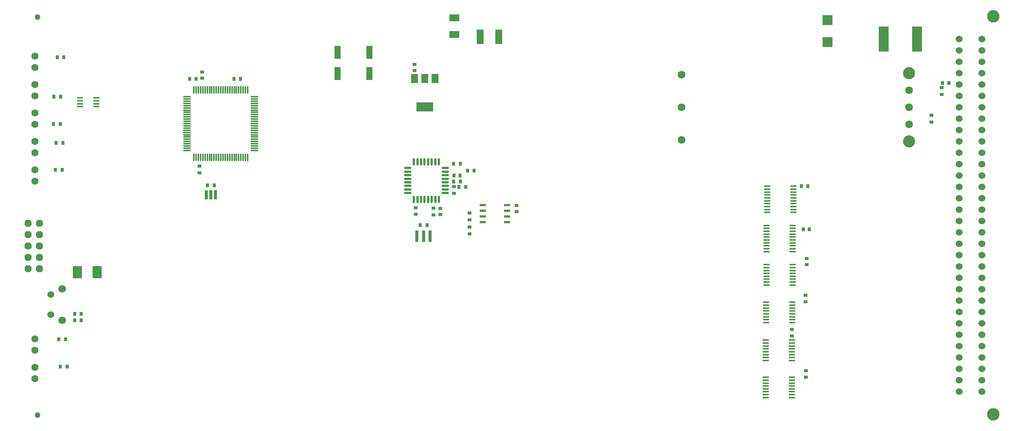
<source format=gbr>
G04 Layer_Color=255*
%FSLAX45Y45*%
%MOMM*%
%TF.FileFunction,Pads,Top*%
%TF.Part,Single*%
G01*
G75*
%TA.AperFunction,SMDPad,CuDef*%
%ADD10R,2.26000X2.16000*%
%ADD11R,2.30000X5.60000*%
%ADD12R,0.90000X0.80000*%
%ADD13R,1.47320X0.55880*%
%ADD14R,0.90000X0.70000*%
%ADD15R,0.70000X0.90000*%
%ADD16R,0.80000X2.60000*%
%ADD17R,1.32080X0.35560*%
%ADD18O,1.65000X0.55000*%
%ADD19O,0.55000X1.65000*%
%ADD20R,0.80000X0.90000*%
%ADD21R,0.71120X2.00660*%
%ADD22R,1.40005X2.99999*%
%ADD23R,2.15900X2.74300*%
%ADD24R,3.80000X2.00000*%
%ADD25R,1.50000X2.00000*%
%ADD26O,1.80000X0.29130*%
%ADD27O,0.29130X1.80000*%
%ADD28R,2.18000X1.52000*%
%ADD29R,1.55000X3.30000*%
%ADD30R,1.47320X0.35560*%
%TA.AperFunction,ViaPad*%
%ADD38C,1.27000*%
%TA.AperFunction,ComponentPad*%
%ADD39C,1.52400*%
%ADD40C,1.70000*%
%ADD41C,1.60000*%
G04:AMPARAMS|DCode=42|XSize=1.5748mm|YSize=1.5748mm|CornerRadius=0mm|HoleSize=0mm|Usage=FLASHONLY|Rotation=90.000|XOffset=0mm|YOffset=0mm|HoleType=Round|Shape=Octagon|*
%AMOCTAGOND42*
4,1,8,0.39370,0.78740,-0.39370,0.78740,-0.78740,0.39370,-0.78740,-0.39370,-0.39370,-0.78740,0.39370,-0.78740,0.78740,-0.39370,0.78740,0.39370,0.39370,0.78740,0.0*
%
%ADD42OCTAGOND42*%

%ADD43C,2.80000*%
%ADD44C,1.72400*%
%ADD45C,2.70000*%
D10*
X28153360Y24613760D02*
D03*
Y24123759D02*
D03*
D11*
X29406421Y24185880D02*
D03*
X30146420D02*
D03*
D12*
X21209000Y20473820D02*
D03*
Y20333820D02*
D03*
X18956020Y20280479D02*
D03*
Y20420480D02*
D03*
X18928081Y23625960D02*
D03*
Y23485960D02*
D03*
X27685999Y19287640D02*
D03*
Y19147639D02*
D03*
X27660599Y18464680D02*
D03*
Y18324680D02*
D03*
X27670761Y16778120D02*
D03*
Y16638120D02*
D03*
X27358340Y17700140D02*
D03*
Y17560139D02*
D03*
X14188440Y23315781D02*
D03*
Y23455780D02*
D03*
X19504660Y20267780D02*
D03*
Y20407780D02*
D03*
D13*
X20454620Y20477480D02*
D03*
Y20350481D02*
D03*
Y20223480D02*
D03*
Y20096480D02*
D03*
X20998180D02*
D03*
Y20223480D02*
D03*
Y20350481D02*
D03*
Y20477480D02*
D03*
D14*
X20159979Y19841141D02*
D03*
Y19991141D02*
D03*
X20162520Y20151019D02*
D03*
Y20301019D02*
D03*
X14132561Y21202580D02*
D03*
Y21352580D02*
D03*
X30469839Y22485420D02*
D03*
Y22335420D02*
D03*
X30698441Y23102640D02*
D03*
Y22952640D02*
D03*
X19357339Y20260240D02*
D03*
Y20410240D02*
D03*
X19812000Y20745380D02*
D03*
Y20895380D02*
D03*
D15*
X19206281Y20032980D02*
D03*
X19056281D02*
D03*
X11022260Y16873219D02*
D03*
X11172260D02*
D03*
X10989240Y17480280D02*
D03*
X11139240D02*
D03*
X11032560Y22903180D02*
D03*
X10882560D02*
D03*
X11022400Y22293581D02*
D03*
X10872400D02*
D03*
X11083360Y21869400D02*
D03*
X10933360D02*
D03*
X11065580Y21267419D02*
D03*
X10915580D02*
D03*
X10951140Y23784560D02*
D03*
X11101140D02*
D03*
X30712341Y23205440D02*
D03*
X30862341D02*
D03*
X14311560Y20921980D02*
D03*
X14461560D02*
D03*
X19955580Y21008340D02*
D03*
X19805580D02*
D03*
X19922420Y20883881D02*
D03*
X20072420D02*
D03*
X20262920Y21254720D02*
D03*
X20112920D02*
D03*
X19955580Y21404581D02*
D03*
X19805580D02*
D03*
D16*
X19281281Y19789140D02*
D03*
X18981281D02*
D03*
X19131281D02*
D03*
D17*
X11828780Y22872701D02*
D03*
Y22809200D02*
D03*
Y22743159D02*
D03*
Y22679660D02*
D03*
X11463020D02*
D03*
Y22743159D02*
D03*
Y22809200D02*
D03*
Y22872701D02*
D03*
D18*
X19614780Y20748660D02*
D03*
Y20828661D02*
D03*
Y20908659D02*
D03*
Y20988660D02*
D03*
Y21068660D02*
D03*
Y21148660D02*
D03*
Y21228661D02*
D03*
Y21308659D02*
D03*
X18774780D02*
D03*
Y21228661D02*
D03*
Y21148660D02*
D03*
Y21068660D02*
D03*
Y20988660D02*
D03*
Y20908659D02*
D03*
Y20828661D02*
D03*
Y20748660D02*
D03*
D19*
X19474780Y21448660D02*
D03*
X19394780D02*
D03*
X19314780D02*
D03*
X19234779D02*
D03*
X19154781D02*
D03*
X19074780D02*
D03*
X18994780D02*
D03*
X18914780D02*
D03*
Y20608659D02*
D03*
X18994780D02*
D03*
X19074780D02*
D03*
X19154781D02*
D03*
X19234779D02*
D03*
X19314780D02*
D03*
X19394780D02*
D03*
X19474780D02*
D03*
D20*
X11344760Y17907001D02*
D03*
X11484760D02*
D03*
X11484760Y18049242D02*
D03*
X11344760D02*
D03*
X13912700Y23296880D02*
D03*
X14052699D02*
D03*
X19950580Y21142960D02*
D03*
X19810580D02*
D03*
X15040759Y23301961D02*
D03*
X14900760D02*
D03*
X27707739Y20901660D02*
D03*
X27567740D02*
D03*
X27748380Y19941541D02*
D03*
X27608380D02*
D03*
D21*
X14282063Y20709789D02*
D03*
X14382063D02*
D03*
X14483664Y20709789D02*
D03*
D22*
X17214952Y23895609D02*
D03*
Y23415601D02*
D03*
X17926152Y23895609D02*
D03*
Y23415601D02*
D03*
D23*
X11846580Y18983960D02*
D03*
X11404580D02*
D03*
D24*
X19159219Y22677080D02*
D03*
D25*
X18929221Y23307080D02*
D03*
X19159219D02*
D03*
X19389220D02*
D03*
D26*
X13850000Y22901199D02*
D03*
Y22851199D02*
D03*
Y22801199D02*
D03*
Y22751199D02*
D03*
Y22701199D02*
D03*
Y22651199D02*
D03*
Y22601199D02*
D03*
Y22551199D02*
D03*
Y22501199D02*
D03*
Y22451199D02*
D03*
Y22401199D02*
D03*
Y22351199D02*
D03*
Y22301199D02*
D03*
Y22251199D02*
D03*
Y22201199D02*
D03*
Y22151199D02*
D03*
Y22101199D02*
D03*
Y22051199D02*
D03*
Y22001199D02*
D03*
Y21951199D02*
D03*
Y21901199D02*
D03*
Y21851199D02*
D03*
Y21801199D02*
D03*
Y21751199D02*
D03*
Y21701199D02*
D03*
X15360001D02*
D03*
Y21751199D02*
D03*
Y21801199D02*
D03*
Y21851199D02*
D03*
Y21901199D02*
D03*
Y21951199D02*
D03*
Y22001199D02*
D03*
Y22051199D02*
D03*
Y22101199D02*
D03*
Y22151199D02*
D03*
Y22201199D02*
D03*
Y22251199D02*
D03*
Y22301199D02*
D03*
Y22351199D02*
D03*
Y22401199D02*
D03*
Y22451199D02*
D03*
Y22501199D02*
D03*
Y22551199D02*
D03*
Y22601199D02*
D03*
Y22651199D02*
D03*
Y22701199D02*
D03*
Y22751199D02*
D03*
Y22801199D02*
D03*
Y22851199D02*
D03*
Y22901199D02*
D03*
D27*
X14005000Y21546201D02*
D03*
X14055000D02*
D03*
X14105000D02*
D03*
X14155000D02*
D03*
X14205000D02*
D03*
X14255000D02*
D03*
X14305000D02*
D03*
X14355000D02*
D03*
X14405000D02*
D03*
X14455000D02*
D03*
X14505000D02*
D03*
X14555000D02*
D03*
X14605000D02*
D03*
X14655000D02*
D03*
X14705000D02*
D03*
X14755000D02*
D03*
X14805000D02*
D03*
X14855000D02*
D03*
X14905000D02*
D03*
X14955000D02*
D03*
X15005000D02*
D03*
X15055000D02*
D03*
X15105000D02*
D03*
X15155000D02*
D03*
X15205000D02*
D03*
Y23056200D02*
D03*
X15155000D02*
D03*
X15105000D02*
D03*
X15055000D02*
D03*
X15005000D02*
D03*
X14955000D02*
D03*
X14905000D02*
D03*
X14855000D02*
D03*
X14805000D02*
D03*
X14755000D02*
D03*
X14705000D02*
D03*
X14655000D02*
D03*
X14605000D02*
D03*
X14555000D02*
D03*
X14505000D02*
D03*
X14455000D02*
D03*
X14405000D02*
D03*
X14355000D02*
D03*
X14305000D02*
D03*
X14255000D02*
D03*
X14205000D02*
D03*
X14155000D02*
D03*
X14105000D02*
D03*
X14055000D02*
D03*
X14005000D02*
D03*
D28*
X19817081Y24661980D02*
D03*
Y24293980D02*
D03*
D29*
X20391940Y24239220D02*
D03*
X20811940D02*
D03*
D30*
X27388821Y20901660D02*
D03*
Y20838161D02*
D03*
Y20772121D02*
D03*
Y20706081D02*
D03*
Y20642580D02*
D03*
Y20576540D02*
D03*
Y20513040D02*
D03*
Y20447000D02*
D03*
Y20380960D02*
D03*
Y20317461D02*
D03*
X26804620D02*
D03*
Y20380960D02*
D03*
Y20447000D02*
D03*
Y20513040D02*
D03*
Y20576540D02*
D03*
Y20642580D02*
D03*
Y20706081D02*
D03*
Y20772121D02*
D03*
Y20838161D02*
D03*
Y20901660D02*
D03*
X26784299Y19151601D02*
D03*
Y19085561D02*
D03*
Y19019521D02*
D03*
Y18956020D02*
D03*
Y18889980D02*
D03*
Y18826480D02*
D03*
Y18760440D02*
D03*
Y18694400D02*
D03*
X27368500D02*
D03*
Y18760440D02*
D03*
Y18826480D02*
D03*
Y18889980D02*
D03*
Y18956020D02*
D03*
Y19019521D02*
D03*
Y19085561D02*
D03*
Y19151601D02*
D03*
X26771600Y16637000D02*
D03*
Y16570959D02*
D03*
Y16504919D02*
D03*
Y16441420D02*
D03*
Y16375380D02*
D03*
Y16311880D02*
D03*
Y16245840D02*
D03*
Y16179800D02*
D03*
X27355801D02*
D03*
Y16245840D02*
D03*
Y16311880D02*
D03*
Y16375380D02*
D03*
Y16441420D02*
D03*
Y16504919D02*
D03*
Y16570959D02*
D03*
Y16637000D02*
D03*
X26776682Y18310860D02*
D03*
Y18244820D02*
D03*
Y18178780D02*
D03*
Y18115280D02*
D03*
Y18049240D02*
D03*
Y17985741D02*
D03*
Y17919701D02*
D03*
Y17853661D02*
D03*
X27360880D02*
D03*
Y17919701D02*
D03*
Y17985741D02*
D03*
Y18049240D02*
D03*
Y18115280D02*
D03*
Y18178780D02*
D03*
Y18244820D02*
D03*
Y18310860D02*
D03*
X26771600Y17465041D02*
D03*
Y17399001D02*
D03*
Y17332961D02*
D03*
Y17269460D02*
D03*
Y17203419D02*
D03*
Y17139920D02*
D03*
Y17073880D02*
D03*
Y17007840D02*
D03*
X27355801D02*
D03*
Y17073880D02*
D03*
Y17139920D02*
D03*
Y17203419D02*
D03*
Y17269460D02*
D03*
Y17332961D02*
D03*
Y17399001D02*
D03*
Y17465041D02*
D03*
X27371039Y20025360D02*
D03*
Y19961861D02*
D03*
Y19895821D02*
D03*
Y19829781D02*
D03*
Y19766280D02*
D03*
Y19700240D02*
D03*
Y19636740D02*
D03*
Y19570700D02*
D03*
Y19504660D02*
D03*
Y19441161D02*
D03*
X26786841D02*
D03*
Y19504660D02*
D03*
Y19570700D02*
D03*
Y19636740D02*
D03*
Y19700240D02*
D03*
Y19766280D02*
D03*
Y19829781D02*
D03*
Y19895821D02*
D03*
Y19961861D02*
D03*
Y20025360D02*
D03*
D38*
X10515600Y15791180D02*
D03*
Y24681180D02*
D03*
D39*
X10815280Y18482520D02*
D03*
Y18032520D02*
D03*
X31089600Y16311880D02*
D03*
Y16565880D02*
D03*
Y16819881D02*
D03*
Y17073880D02*
D03*
Y17327879D02*
D03*
Y17581880D02*
D03*
Y17835880D02*
D03*
Y18089880D02*
D03*
Y18343880D02*
D03*
Y18597881D02*
D03*
Y18851880D02*
D03*
Y19105881D02*
D03*
Y19359880D02*
D03*
Y19613879D02*
D03*
Y19867880D02*
D03*
Y20121880D02*
D03*
Y20375880D02*
D03*
Y20629880D02*
D03*
Y20883881D02*
D03*
Y21137880D02*
D03*
Y21391879D02*
D03*
Y21645880D02*
D03*
Y21899879D02*
D03*
Y22153880D02*
D03*
Y22407880D02*
D03*
Y22661880D02*
D03*
Y22915880D02*
D03*
Y23169881D02*
D03*
Y23423880D02*
D03*
Y23677879D02*
D03*
Y23931880D02*
D03*
Y24185880D02*
D03*
X31597601Y16311880D02*
D03*
Y16565880D02*
D03*
Y16819881D02*
D03*
Y17073880D02*
D03*
Y17327879D02*
D03*
Y17581880D02*
D03*
Y17835880D02*
D03*
Y18089880D02*
D03*
Y18343880D02*
D03*
Y18597881D02*
D03*
Y18851880D02*
D03*
Y19105881D02*
D03*
Y19359880D02*
D03*
Y19613879D02*
D03*
Y19867880D02*
D03*
Y20121880D02*
D03*
Y20375880D02*
D03*
Y20629880D02*
D03*
Y20883881D02*
D03*
Y21137880D02*
D03*
Y21391879D02*
D03*
Y21645880D02*
D03*
Y21899879D02*
D03*
Y22153880D02*
D03*
Y22407880D02*
D03*
Y22661880D02*
D03*
Y22915880D02*
D03*
Y23169881D02*
D03*
Y23423880D02*
D03*
Y23677879D02*
D03*
Y23931880D02*
D03*
Y24185880D02*
D03*
D40*
X11064280Y17907021D02*
D03*
Y18608020D02*
D03*
D41*
X10454640Y21645880D02*
D03*
Y21899879D02*
D03*
Y23550880D02*
D03*
Y23804880D02*
D03*
Y17238980D02*
D03*
Y17492979D02*
D03*
Y16603979D02*
D03*
Y16857980D02*
D03*
Y21264880D02*
D03*
Y21010880D02*
D03*
Y23169881D02*
D03*
Y22915880D02*
D03*
Y22280881D02*
D03*
Y22534880D02*
D03*
D42*
X10299701Y20071080D02*
D03*
X10553701D02*
D03*
Y19817081D02*
D03*
X10299701D02*
D03*
Y19563080D02*
D03*
X10553701D02*
D03*
X10299701Y19309081D02*
D03*
X10553701D02*
D03*
X10299701Y19055080D02*
D03*
X10553701D02*
D03*
D43*
X31851599Y15803880D02*
D03*
Y24693880D02*
D03*
D44*
X24892000Y21934419D02*
D03*
Y23394420D02*
D03*
Y22664420D02*
D03*
X29972000Y22285420D02*
D03*
Y22666420D02*
D03*
Y23047420D02*
D03*
D45*
Y21904420D02*
D03*
Y23428419D02*
D03*
%TF.MD5,90b8e07eccd196276e4f3933d5b85d7d*%
M02*

</source>
